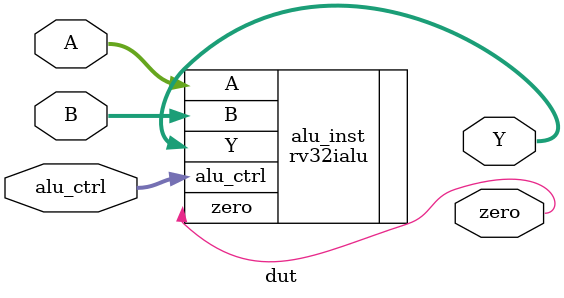
<source format=v>
`timescale 1ns / 1ps
module dut (
    input  signed [31:0] A,
    input  signed [31:0] B,
    input         [2:0]  alu_ctrl,
    output signed [31:0] Y,
    output               zero
);

    rv32ialu alu_inst (
        .A(A),
        .B(B),
        .alu_ctrl(alu_ctrl),
        .Y(Y),
        .zero(zero)
    );

endmodule

</source>
